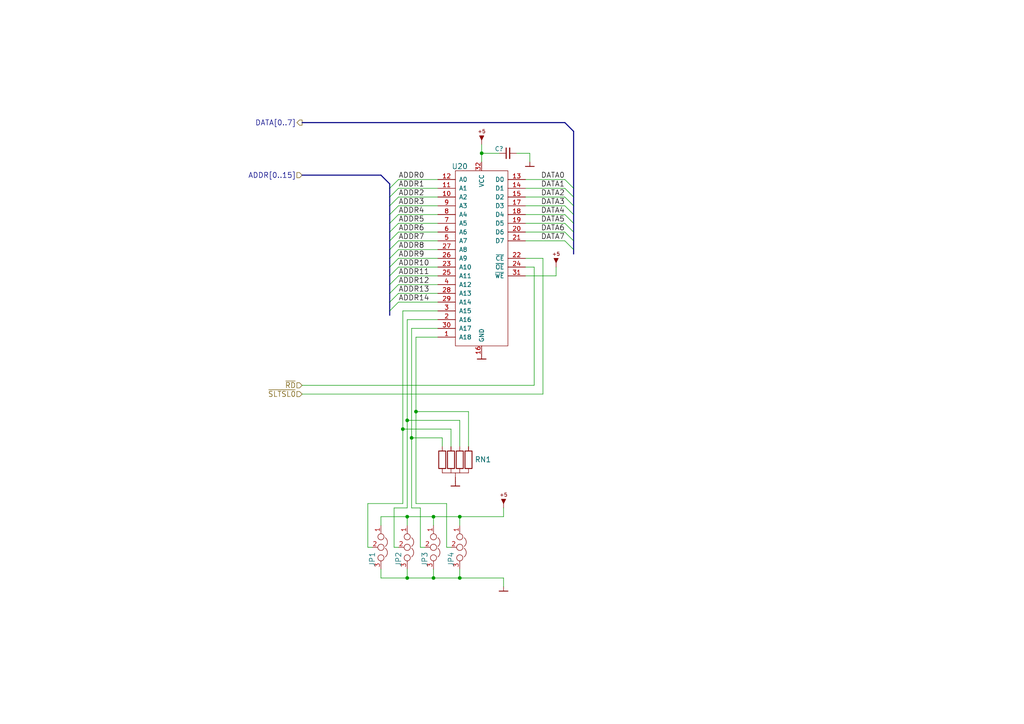
<source format=kicad_sch>
(kicad_sch (version 20211123) (generator eeschema)

  (uuid e16a8ef9-72be-44ea-a34c-71d53d6ff2bf)

  (paper "A4")

  (lib_symbols
    (symbol "artemisa:Cap" (pin_numbers hide) (pin_names (offset 0.254) hide) (in_bom yes) (on_board yes)
      (property "Reference" "C" (id 0) (at 0.254 1.778 0)
        (effects (font (size 1.27 1.27)) (justify left))
      )
      (property "Value" "Cap" (id 1) (at 0.254 -2.032 0)
        (effects (font (size 1.27 1.27)) (justify left))
      )
      (property "Footprint" "" (id 2) (at 0 0 0)
        (effects (font (size 1.27 1.27)) hide)
      )
      (property "Datasheet" "" (id 3) (at 0 0 0)
        (effects (font (size 1.27 1.27)) hide)
      )
      (property "ki_fp_filters" "C_*" (id 4) (at 0 0 0)
        (effects (font (size 1.27 1.27)) hide)
      )
      (symbol "Cap_0_1"
        (polyline
          (pts
            (xy -1.524 -0.508)
            (xy 1.524 -0.508)
          )
          (stroke (width 0.3302) (type default) (color 0 0 0 0))
          (fill (type none))
        )
        (polyline
          (pts
            (xy -1.524 0.508)
            (xy 1.524 0.508)
          )
          (stroke (width 0.3048) (type default) (color 0 0 0 0))
          (fill (type none))
        )
      )
      (symbol "Cap_1_1"
        (pin passive line (at 0 2.54 270) (length 2.032)
          (name "~" (effects (font (size 1.27 1.27))))
          (number "1" (effects (font (size 1.27 1.27))))
        )
        (pin passive line (at 0 -2.54 90) (length 2.032)
          (name "~" (effects (font (size 1.27 1.27))))
          (number "2" (effects (font (size 1.27 1.27))))
        )
      )
    )
    (symbol "artemisa:GND" (power) (pin_numbers hide) (pin_names (offset 0) hide) (in_bom yes) (on_board yes)
      (property "Reference" "#PWR" (id 0) (at 0 -2.54 0)
        (effects (font (size 1.524 1.524)) hide)
      )
      (property "Value" "GND" (id 1) (at 0 2.54 0)
        (effects (font (size 1.524 1.524)) hide)
      )
      (property "Footprint" "" (id 2) (at 0 0 0)
        (effects (font (size 1.524 1.524)) hide)
      )
      (property "Datasheet" "" (id 3) (at 0 0 0)
        (effects (font (size 1.524 1.524)) hide)
      )
      (symbol "GND_0_1"
        (polyline
          (pts
            (xy -1.27 -1.27)
            (xy 1.27 -1.27)
          )
          (stroke (width 0.254) (type default) (color 0 0 0 0))
          (fill (type none))
        )
      )
      (symbol "GND_1_1"
        (pin power_in line (at 0 0 270) (length 1.27)
          (name "GND" (effects (font (size 1.27 1.27))))
          (number "~" (effects (font (size 1.27 1.27))))
        )
      )
    )
    (symbol "artemisa:Jumper" (pin_names (offset 1.016) hide) (in_bom yes) (on_board yes)
      (property "Reference" "JP" (id 0) (at 2.54 -2.54 0)
        (effects (font (size 1.524 1.524)))
      )
      (property "Value" "Jumper" (id 1) (at 0 3.81 0)
        (effects (font (size 1.524 1.524)))
      )
      (property "Footprint" "" (id 2) (at 0 0 0)
        (effects (font (size 1.524 1.524)) hide)
      )
      (property "Datasheet" "" (id 3) (at 0 0 0)
        (effects (font (size 1.524 1.524)) hide)
      )
      (symbol "Jumper_1_1"
        (circle (center -3.048 0) (radius 0.889)
          (stroke (width 0) (type default) (color 0 0 0 0))
          (fill (type none))
        )
        (arc (start -0.254 1.27) (mid -1.524 1.8804) (end -2.794 1.27)
          (stroke (width 0) (type default) (color 0 0 0 0))
          (fill (type none))
        )
        (circle (center 0 0) (radius 0.9144)
          (stroke (width 0) (type default) (color 0 0 0 0))
          (fill (type none))
        )
        (arc (start 2.794 1.27) (mid 1.524 1.8804) (end 0.254 1.27)
          (stroke (width 0) (type default) (color 0 0 0 0))
          (fill (type none))
        )
        (circle (center 3.048 0) (radius 0.889)
          (stroke (width 0) (type default) (color 0 0 0 0))
          (fill (type none))
        )
        (pin passive line (at -6.35 0 0) (length 2.413)
          (name "1" (effects (font (size 1.27 1.27))))
          (number "1" (effects (font (size 1.27 1.27))))
        )
        (pin passive line (at 0 -2.54 90) (length 1.524)
          (name "2" (effects (font (size 1.27 1.27))))
          (number "2" (effects (font (size 1.27 1.27))))
        )
        (pin passive line (at 6.35 0 180) (length 2.413)
          (name "3" (effects (font (size 1.27 1.27))))
          (number "3" (effects (font (size 1.27 1.27))))
        )
      )
    )
    (symbol "artemisa:RN4" (pin_numbers hide) (pin_names (offset 1.016) hide) (in_bom yes) (on_board yes)
      (property "Reference" "RN" (id 0) (at 3.81 5.08 0)
        (effects (font (size 1.524 1.524)))
      )
      (property "Value" "RN4" (id 1) (at -5.08 5.08 0)
        (effects (font (size 1.524 1.524)))
      )
      (property "Footprint" "" (id 2) (at 2.54 -1.905 0)
        (effects (font (size 1.524 1.524)) hide)
      )
      (property "Datasheet" "" (id 3) (at 2.54 -1.905 0)
        (effects (font (size 1.524 1.524)) hide)
      )
      (symbol "RN4_0_1"
        (polyline
          (pts
            (xy -3.81 2.54)
            (xy -3.81 3.81)
          )
          (stroke (width 0) (type default) (color 0 0 0 0))
          (fill (type none))
        )
        (polyline
          (pts
            (xy -3.81 3.81)
            (xy 3.81 3.81)
          )
          (stroke (width 0) (type default) (color 0 0 0 0))
          (fill (type none))
        )
        (polyline
          (pts
            (xy -1.27 2.54)
            (xy -1.27 3.81)
          )
          (stroke (width 0) (type default) (color 0 0 0 0))
          (fill (type none))
        )
        (polyline
          (pts
            (xy 0 5.08)
            (xy 0 3.81)
          )
          (stroke (width 0) (type default) (color 0 0 0 0))
          (fill (type none))
        )
        (polyline
          (pts
            (xy 1.27 2.54)
            (xy 1.27 3.81)
          )
          (stroke (width 0) (type default) (color 0 0 0 0))
          (fill (type none))
        )
        (polyline
          (pts
            (xy 3.81 2.54)
            (xy 3.81 3.81)
          )
          (stroke (width 0) (type default) (color 0 0 0 0))
          (fill (type none))
        )
      )
      (symbol "RN4_0_2"
        (polyline
          (pts
            (xy -3.81 3.81)
            (xy 3.81 3.81)
          )
          (stroke (width 0) (type default) (color 0 0 0 0))
          (fill (type none))
        )
        (polyline
          (pts
            (xy -3.81 3.81)
            (xy -6.35 3.81)
            (xy -6.35 -2.54)
          )
          (stroke (width 0) (type default) (color 0 0 0 0))
          (fill (type none))
        )
      )
      (symbol "RN4_1_1"
        (rectangle (start -4.826 -2.54) (end -2.794 2.54)
          (stroke (width 0.254) (type default) (color 0 0 0 0))
          (fill (type none))
        )
        (rectangle (start -2.286 -2.54) (end -0.254 2.54)
          (stroke (width 0.254) (type default) (color 0 0 0 0))
          (fill (type none))
        )
        (rectangle (start 0.254 -2.54) (end 2.286 2.54)
          (stroke (width 0.254) (type default) (color 0 0 0 0))
          (fill (type none))
        )
        (rectangle (start 2.794 -2.54) (end 4.826 2.54)
          (stroke (width 0.254) (type default) (color 0 0 0 0))
          (fill (type none))
        )
        (pin passive line (at 0 6.35 270) (length 1.27)
          (name "~" (effects (font (size 1.27 1.27))))
          (number "1" (effects (font (size 1.27 1.27))))
        )
        (pin passive line (at -3.81 -3.81 90) (length 1.27)
          (name "~" (effects (font (size 1.27 1.27))))
          (number "2" (effects (font (size 1.27 1.27))))
        )
        (pin passive line (at -1.27 -3.81 90) (length 1.27)
          (name "~" (effects (font (size 1.27 1.27))))
          (number "3" (effects (font (size 1.27 1.27))))
        )
        (pin passive line (at 1.27 -3.81 90) (length 1.27)
          (name "~" (effects (font (size 1.27 1.27))))
          (number "4" (effects (font (size 1.27 1.27))))
        )
        (pin passive line (at 3.81 -3.81 90) (length 1.27)
          (name "~" (effects (font (size 1.27 1.27))))
          (number "5" (effects (font (size 1.27 1.27))))
        )
      )
      (symbol "RN4_1_2"
        (rectangle (start -4.826 -2.54) (end -2.794 2.54)
          (stroke (width 0.254) (type default) (color 0 0 0 0))
          (fill (type none))
        )
        (rectangle (start -2.286 -2.54) (end -0.254 2.54)
          (stroke (width 0.254) (type default) (color 0 0 0 0))
          (fill (type none))
        )
        (polyline
          (pts
            (xy -3.81 2.54)
            (xy -3.81 3.81)
          )
          (stroke (width 0) (type default) (color 0 0 0 0))
          (fill (type none))
        )
        (polyline
          (pts
            (xy -1.27 2.54)
            (xy -1.27 3.81)
          )
          (stroke (width 0) (type default) (color 0 0 0 0))
          (fill (type none))
        )
        (polyline
          (pts
            (xy 1.27 2.54)
            (xy 1.27 3.81)
          )
          (stroke (width 0) (type default) (color 0 0 0 0))
          (fill (type none))
        )
        (polyline
          (pts
            (xy 3.81 2.54)
            (xy 3.81 3.81)
          )
          (stroke (width 0) (type default) (color 0 0 0 0))
          (fill (type none))
        )
        (rectangle (start 0.254 -2.54) (end 2.286 2.54)
          (stroke (width 0.254) (type default) (color 0 0 0 0))
          (fill (type none))
        )
        (rectangle (start 2.794 -2.54) (end 4.826 2.54)
          (stroke (width 0.254) (type default) (color 0 0 0 0))
          (fill (type none))
        )
        (pin passive line (at -6.35 -3.81 90) (length 1.27)
          (name "~" (effects (font (size 1.27 1.27))))
          (number "1" (effects (font (size 1.27 1.27))))
        )
        (pin passive line (at -3.81 -3.81 90) (length 1.27)
          (name "~" (effects (font (size 1.27 1.27))))
          (number "2" (effects (font (size 1.27 1.27))))
        )
        (pin passive line (at -1.27 -3.81 90) (length 1.27)
          (name "~" (effects (font (size 1.27 1.27))))
          (number "3" (effects (font (size 1.27 1.27))))
        )
        (pin passive line (at 1.27 -3.81 90) (length 1.27)
          (name "~" (effects (font (size 1.27 1.27))))
          (number "4" (effects (font (size 1.27 1.27))))
        )
        (pin passive line (at 3.81 -3.81 90) (length 1.27)
          (name "~" (effects (font (size 1.27 1.27))))
          (number "5" (effects (font (size 1.27 1.27))))
        )
      )
    )
    (symbol "artemisa:SST39SF0" (pin_names (offset 1.016)) (in_bom yes) (on_board yes)
      (property "Reference" "U" (id 0) (at -7.62 21.59 0)
        (effects (font (size 1.524 1.524)))
      )
      (property "Value" "SST39SF0" (id 1) (at 7.62 -31.75 0)
        (effects (font (size 1.524 1.524)))
      )
      (property "Footprint" "" (id 2) (at 0 0 0)
        (effects (font (size 1.524 1.524)) hide)
      )
      (property "Datasheet" "" (id 3) (at 0 0 0)
        (effects (font (size 1.524 1.524)) hide)
      )
      (symbol "SST39SF0_0_1"
        (rectangle (start -7.62 20.32) (end 7.62 -30.48)
          (stroke (width 0) (type default) (color 0 0 0 0))
          (fill (type none))
        )
      )
      (symbol "SST39SF0_1_1"
        (pin input line (at -12.7 -27.94 0) (length 5.08)
          (name "A18" (effects (font (size 1.27 1.27))))
          (number "1" (effects (font (size 1.27 1.27))))
        )
        (pin input line (at -12.7 12.7 0) (length 5.08)
          (name "A2" (effects (font (size 1.27 1.27))))
          (number "10" (effects (font (size 1.27 1.27))))
        )
        (pin input line (at -12.7 15.24 0) (length 5.08)
          (name "A1" (effects (font (size 1.27 1.27))))
          (number "11" (effects (font (size 1.27 1.27))))
        )
        (pin input line (at -12.7 17.78 0) (length 5.08)
          (name "A0" (effects (font (size 1.27 1.27))))
          (number "12" (effects (font (size 1.27 1.27))))
        )
        (pin output line (at 12.7 17.78 180) (length 5.08)
          (name "D0" (effects (font (size 1.27 1.27))))
          (number "13" (effects (font (size 1.27 1.27))))
        )
        (pin output line (at 12.7 15.24 180) (length 5.08)
          (name "D1" (effects (font (size 1.27 1.27))))
          (number "14" (effects (font (size 1.27 1.27))))
        )
        (pin output line (at 12.7 12.7 180) (length 5.08)
          (name "D2" (effects (font (size 1.27 1.27))))
          (number "15" (effects (font (size 1.27 1.27))))
        )
        (pin power_in line (at 0 -33.02 90) (length 2.54)
          (name "GND" (effects (font (size 1.27 1.27))))
          (number "16" (effects (font (size 1.27 1.27))))
        )
        (pin output line (at 12.7 10.16 180) (length 5.08)
          (name "D3" (effects (font (size 1.27 1.27))))
          (number "17" (effects (font (size 1.27 1.27))))
        )
        (pin output line (at 12.7 7.62 180) (length 5.08)
          (name "D4" (effects (font (size 1.27 1.27))))
          (number "18" (effects (font (size 1.27 1.27))))
        )
        (pin output line (at 12.7 5.08 180) (length 5.08)
          (name "D5" (effects (font (size 1.27 1.27))))
          (number "19" (effects (font (size 1.27 1.27))))
        )
        (pin input line (at -12.7 -22.86 0) (length 5.08)
          (name "A16" (effects (font (size 1.27 1.27))))
          (number "2" (effects (font (size 1.27 1.27))))
        )
        (pin output line (at 12.7 2.54 180) (length 5.08)
          (name "D6" (effects (font (size 1.27 1.27))))
          (number "20" (effects (font (size 1.27 1.27))))
        )
        (pin output line (at 12.7 0 180) (length 5.08)
          (name "D7" (effects (font (size 1.27 1.27))))
          (number "21" (effects (font (size 1.27 1.27))))
        )
        (pin input line (at 12.7 -5.08 180) (length 5.08)
          (name "~{CE}" (effects (font (size 1.27 1.27))))
          (number "22" (effects (font (size 1.27 1.27))))
        )
        (pin input line (at -12.7 -7.62 0) (length 5.08)
          (name "A10" (effects (font (size 1.27 1.27))))
          (number "23" (effects (font (size 1.27 1.27))))
        )
        (pin input line (at 12.7 -7.62 180) (length 5.08)
          (name "~{OE}" (effects (font (size 1.27 1.27))))
          (number "24" (effects (font (size 1.27 1.27))))
        )
        (pin input line (at -12.7 -10.16 0) (length 5.08)
          (name "A11" (effects (font (size 1.27 1.27))))
          (number "25" (effects (font (size 1.27 1.27))))
        )
        (pin input line (at -12.7 -5.08 0) (length 5.08)
          (name "A9" (effects (font (size 1.27 1.27))))
          (number "26" (effects (font (size 1.27 1.27))))
        )
        (pin input line (at -12.7 -2.54 0) (length 5.08)
          (name "A8" (effects (font (size 1.27 1.27))))
          (number "27" (effects (font (size 1.27 1.27))))
        )
        (pin input line (at -12.7 -15.24 0) (length 5.08)
          (name "A13" (effects (font (size 1.27 1.27))))
          (number "28" (effects (font (size 1.27 1.27))))
        )
        (pin input line (at -12.7 -17.78 0) (length 5.08)
          (name "A14" (effects (font (size 1.27 1.27))))
          (number "29" (effects (font (size 1.27 1.27))))
        )
        (pin input line (at -12.7 -20.32 0) (length 5.08)
          (name "A15" (effects (font (size 1.27 1.27))))
          (number "3" (effects (font (size 1.27 1.27))))
        )
        (pin input line (at -12.7 -25.4 0) (length 5.08)
          (name "A17" (effects (font (size 1.27 1.27))))
          (number "30" (effects (font (size 1.27 1.27))))
        )
        (pin input line (at 12.7 -10.16 180) (length 5.08)
          (name "~{WE}" (effects (font (size 1.27 1.27))))
          (number "31" (effects (font (size 1.27 1.27))))
        )
        (pin power_in line (at 0 22.86 270) (length 2.54)
          (name "VCC" (effects (font (size 1.27 1.27))))
          (number "32" (effects (font (size 1.27 1.27))))
        )
        (pin input line (at -12.7 -12.7 0) (length 5.08)
          (name "A12" (effects (font (size 1.27 1.27))))
          (number "4" (effects (font (size 1.27 1.27))))
        )
        (pin input line (at -12.7 0 0) (length 5.08)
          (name "A7" (effects (font (size 1.27 1.27))))
          (number "5" (effects (font (size 1.27 1.27))))
        )
        (pin input line (at -12.7 2.54 0) (length 5.08)
          (name "A6" (effects (font (size 1.27 1.27))))
          (number "6" (effects (font (size 1.27 1.27))))
        )
        (pin input line (at -12.7 5.08 0) (length 5.08)
          (name "A5" (effects (font (size 1.27 1.27))))
          (number "7" (effects (font (size 1.27 1.27))))
        )
        (pin input line (at -12.7 7.62 0) (length 5.08)
          (name "A4" (effects (font (size 1.27 1.27))))
          (number "8" (effects (font (size 1.27 1.27))))
        )
        (pin input line (at -12.7 10.16 0) (length 5.08)
          (name "A3" (effects (font (size 1.27 1.27))))
          (number "9" (effects (font (size 1.27 1.27))))
        )
      )
    )
    (symbol "artemisa:VCC" (power) (pin_numbers hide) (pin_names (offset 0) hide) (in_bom yes) (on_board yes)
      (property "Reference" "#PWR" (id 0) (at 0 -1.27 0)
        (effects (font (size 1.524 1.524)) hide)
      )
      (property "Value" "VCC" (id 1) (at 0 6.35 0)
        (effects (font (size 1.524 1.524)) hide)
      )
      (property "Footprint" "" (id 2) (at 0 0 0)
        (effects (font (size 1.524 1.524)) hide)
      )
      (property "Datasheet" "" (id 3) (at 0 0 0)
        (effects (font (size 1.524 1.524)) hide)
      )
      (symbol "VCC_0_0"
        (text "+5" (at 0 3.81 0)
          (effects (font (size 1.016 1.016)))
        )
      )
      (symbol "VCC_0_1"
        (polyline
          (pts
            (xy 0 1.27)
            (xy 0.635 2.54)
            (xy -0.635 2.54)
            (xy 0 1.27)
          )
          (stroke (width 0) (type default) (color 0 0 0 0))
          (fill (type outline))
        )
      )
      (symbol "VCC_1_1"
        (pin power_in line (at 0 0 90) (length 1.27)
          (name "~" (effects (font (size 1.27 1.27))))
          (number "~" (effects (font (size 1.27 1.27))))
        )
      )
    )
  )

  (junction (at 118.11 149.86) (diameter 0) (color 0 0 0 0)
    (uuid 30d4a5b8-34e9-412f-9d1a-e616a8a28215)
  )
  (junction (at 133.35 167.64) (diameter 0) (color 0 0 0 0)
    (uuid 415d6a7d-98b2-4d17-b46f-6f38749a3ba2)
  )
  (junction (at 125.73 167.64) (diameter 0) (color 0 0 0 0)
    (uuid 5bf032d7-1ed3-461e-8d9e-98362eeab2a2)
  )
  (junction (at 139.7 44.45) (diameter 0) (color 0 0 0 0)
    (uuid 6a3aff19-5e5c-466c-80b5-82ab994aaee1)
  )
  (junction (at 118.11 167.64) (diameter 0) (color 0 0 0 0)
    (uuid 80f56a42-ff05-4345-8ffd-85584fdb3701)
  )
  (junction (at 133.35 149.86) (diameter 0) (color 0 0 0 0)
    (uuid 88b7d164-35a2-420d-9da6-a56db04f962b)
  )
  (junction (at 119.38 127) (diameter 0) (color 0 0 0 0)
    (uuid 89d9af53-e698-40c4-8ab2-a44fdf0a4c6c)
  )
  (junction (at 116.84 124.46) (diameter 0) (color 0 0 0 0)
    (uuid b0b40da2-8918-4f0b-b11b-1408b929feb5)
  )
  (junction (at 120.65 119.38) (diameter 0) (color 0 0 0 0)
    (uuid c4e3a83a-2945-4c21-9d1d-f3f3be86b7bd)
  )
  (junction (at 125.73 149.86) (diameter 0) (color 0 0 0 0)
    (uuid dd07efd4-24c4-483d-a118-ed58a9223c8c)
  )
  (junction (at 118.11 121.92) (diameter 0) (color 0 0 0 0)
    (uuid e188f4e0-97d6-45d5-9852-98640c6abc42)
  )

  (bus_entry (at 113.03 69.85) (size 2.54 -2.54)
    (stroke (width 0) (type default) (color 0 0 0 0))
    (uuid 06fb8a5e-69f3-44ca-bc88-4da9a1408625)
  )
  (bus_entry (at 113.03 87.63) (size 2.54 -2.54)
    (stroke (width 0) (type default) (color 0 0 0 0))
    (uuid 10a7d7ef-d6be-484c-be36-2908e6c77393)
  )
  (bus_entry (at 113.03 67.31) (size 2.54 -2.54)
    (stroke (width 0) (type default) (color 0 0 0 0))
    (uuid 1416f46f-efcf-4c99-81af-d39cf81f2652)
  )
  (bus_entry (at 113.03 64.77) (size 2.54 -2.54)
    (stroke (width 0) (type default) (color 0 0 0 0))
    (uuid 2952439a-4d93-45a3-a998-2b2fce2c5fe9)
  )
  (bus_entry (at 113.03 57.15) (size 2.54 -2.54)
    (stroke (width 0) (type default) (color 0 0 0 0))
    (uuid 2c3d5c2f-c119-4276-9b7e-33808f1d9396)
  )
  (bus_entry (at 166.37 62.23) (size -2.54 -2.54)
    (stroke (width 0) (type default) (color 0 0 0 0))
    (uuid 33ef82c8-b659-42b6-9429-5436a00e7b54)
  )
  (bus_entry (at 166.37 64.77) (size -2.54 -2.54)
    (stroke (width 0) (type default) (color 0 0 0 0))
    (uuid 469553b1-52fa-4564-9359-73b74ba8f58f)
  )
  (bus_entry (at 113.03 82.55) (size 2.54 -2.54)
    (stroke (width 0) (type default) (color 0 0 0 0))
    (uuid 532cb9ef-7fac-483b-aaf5-b83d764d0176)
  )
  (bus_entry (at 113.03 74.93) (size 2.54 -2.54)
    (stroke (width 0) (type default) (color 0 0 0 0))
    (uuid 5da519c8-016f-4f2c-843d-d8fc54aa43f1)
  )
  (bus_entry (at 113.03 54.61) (size 2.54 -2.54)
    (stroke (width 0) (type default) (color 0 0 0 0))
    (uuid 5fe5bd8d-5a86-4565-bd10-e08c6de9aa03)
  )
  (bus_entry (at 166.37 69.85) (size -2.54 -2.54)
    (stroke (width 0) (type default) (color 0 0 0 0))
    (uuid 73fd78b9-9aa5-40d0-adab-1e5886c90dd7)
  )
  (bus_entry (at 113.03 62.23) (size 2.54 -2.54)
    (stroke (width 0) (type default) (color 0 0 0 0))
    (uuid 7a25e2e8-d883-44ae-8207-1f946e50b1fa)
  )
  (bus_entry (at 166.37 54.61) (size -2.54 -2.54)
    (stroke (width 0) (type default) (color 0 0 0 0))
    (uuid 86c73e16-9c05-4385-b59b-206056f7ac90)
  )
  (bus_entry (at 113.03 85.09) (size 2.54 -2.54)
    (stroke (width 0) (type default) (color 0 0 0 0))
    (uuid 8a1a639a-559c-483d-9c99-1b2fafbdacf1)
  )
  (bus_entry (at 166.37 67.31) (size -2.54 -2.54)
    (stroke (width 0) (type default) (color 0 0 0 0))
    (uuid 90f1070b-d0d3-4d94-9527-f4c1c7006642)
  )
  (bus_entry (at 113.03 59.69) (size 2.54 -2.54)
    (stroke (width 0) (type default) (color 0 0 0 0))
    (uuid 9cd1ba63-2087-4000-a5a9-797dad78d993)
  )
  (bus_entry (at 166.37 57.15) (size -2.54 -2.54)
    (stroke (width 0) (type default) (color 0 0 0 0))
    (uuid a0affae9-b1e8-4941-9e7e-2ad29ff3f86b)
  )
  (bus_entry (at 113.03 80.01) (size 2.54 -2.54)
    (stroke (width 0) (type default) (color 0 0 0 0))
    (uuid b09870ad-8985-4a1c-a7b1-3acb9a1b9282)
  )
  (bus_entry (at 113.03 77.47) (size 2.54 -2.54)
    (stroke (width 0) (type default) (color 0 0 0 0))
    (uuid bc007755-47dc-4b01-a9a3-8f34e8741895)
  )
  (bus_entry (at 166.37 72.39) (size -2.54 -2.54)
    (stroke (width 0) (type default) (color 0 0 0 0))
    (uuid bf8bfbb4-4b7a-430e-865f-8acab9f8c04d)
  )
  (bus_entry (at 113.03 72.39) (size 2.54 -2.54)
    (stroke (width 0) (type default) (color 0 0 0 0))
    (uuid ea7f95ca-1368-4ccc-b3c5-17a85c05a2dd)
  )
  (bus_entry (at 113.03 90.17) (size 2.54 -2.54)
    (stroke (width 0) (type default) (color 0 0 0 0))
    (uuid fb7b20d7-70ea-48e6-baf1-01a0d3c92377)
  )
  (bus_entry (at 166.37 59.69) (size -2.54 -2.54)
    (stroke (width 0) (type default) (color 0 0 0 0))
    (uuid ffe6d5f3-f9a5-48a9-88db-d2d7822b944f)
  )

  (wire (pts (xy 115.57 87.63) (xy 127 87.63))
    (stroke (width 0) (type default) (color 0 0 0 0))
    (uuid 00185541-0a55-4e62-91d8-99e7a7720d36)
  )
  (bus (pts (xy 166.37 69.85) (xy 166.37 72.39))
    (stroke (width 0) (type default) (color 0 0 0 0))
    (uuid 025b67ec-fe6a-4ee1-9f43-89b9b5fad3d7)
  )

  (wire (pts (xy 133.35 121.92) (xy 118.11 121.92))
    (stroke (width 0) (type default) (color 0 0 0 0))
    (uuid 03a79994-33b9-4df6-bdb0-d3807834d731)
  )
  (wire (pts (xy 128.27 129.54) (xy 128.27 127))
    (stroke (width 0) (type default) (color 0 0 0 0))
    (uuid 08601885-ffd0-426c-9b07-2dc479593fb1)
  )
  (wire (pts (xy 157.48 114.3) (xy 87.63 114.3))
    (stroke (width 0) (type default) (color 0 0 0 0))
    (uuid 09433d97-62ec-42de-89f2-7d0b68dc1b9d)
  )
  (wire (pts (xy 133.35 149.86) (xy 146.05 149.86))
    (stroke (width 0) (type default) (color 0 0 0 0))
    (uuid 09684b6c-5d15-4020-b96b-0b388e8ee3ea)
  )
  (wire (pts (xy 118.11 147.32) (xy 114.3 147.32))
    (stroke (width 0) (type default) (color 0 0 0 0))
    (uuid 0f99d31f-3e61-45ba-a78c-4a282f861613)
  )
  (bus (pts (xy 166.37 38.1) (xy 166.37 54.61))
    (stroke (width 0) (type default) (color 0 0 0 0))
    (uuid 1002411f-a485-468c-981b-cec2ce41d8bd)
  )
  (bus (pts (xy 110.49 50.8) (xy 87.63 50.8))
    (stroke (width 0) (type default) (color 0 0 0 0))
    (uuid 128a7556-cb3d-406d-b84d-6d9efc7f9ed8)
  )

  (wire (pts (xy 163.83 64.77) (xy 152.4 64.77))
    (stroke (width 0) (type default) (color 0 0 0 0))
    (uuid 18a9dea8-caa6-40a3-962a-7699d9146e17)
  )
  (bus (pts (xy 113.03 53.34) (xy 113.03 54.61))
    (stroke (width 0) (type default) (color 0 0 0 0))
    (uuid 1a0c5194-0d7e-4fcc-a11d-049fac80c4dc)
  )

  (wire (pts (xy 115.57 82.55) (xy 127 82.55))
    (stroke (width 0) (type default) (color 0 0 0 0))
    (uuid 1db46316-f403-492b-8814-154fc43d62a8)
  )
  (wire (pts (xy 154.94 111.76) (xy 154.94 77.47))
    (stroke (width 0) (type default) (color 0 0 0 0))
    (uuid 1ebce183-d3ad-4022-b82e-9e0d8cd628db)
  )
  (wire (pts (xy 129.54 146.05) (xy 129.54 158.75))
    (stroke (width 0) (type default) (color 0 0 0 0))
    (uuid 201a8082-80bc-49cb-a857-a9c917ee8418)
  )
  (wire (pts (xy 144.78 44.45) (xy 139.7 44.45))
    (stroke (width 0) (type default) (color 0 0 0 0))
    (uuid 22591446-6d82-47ac-b525-9e9deb496c8c)
  )
  (wire (pts (xy 106.68 146.05) (xy 106.68 158.75))
    (stroke (width 0) (type default) (color 0 0 0 0))
    (uuid 233d14ec-e17f-4b70-ace9-a65479e58a33)
  )
  (wire (pts (xy 120.65 119.38) (xy 120.65 146.05))
    (stroke (width 0) (type default) (color 0 0 0 0))
    (uuid 29e27db0-3c69-4f62-9b26-37b540cf4f34)
  )
  (bus (pts (xy 166.37 72.39) (xy 166.37 73.66))
    (stroke (width 0) (type default) (color 0 0 0 0))
    (uuid 3081c45f-0a62-4dc8-a706-c2b3c5e194d8)
  )

  (wire (pts (xy 118.11 167.64) (xy 125.73 167.64))
    (stroke (width 0) (type default) (color 0 0 0 0))
    (uuid 310e28e7-f7b1-4197-b25d-4003c7dcabae)
  )
  (wire (pts (xy 154.94 77.47) (xy 152.4 77.47))
    (stroke (width 0) (type default) (color 0 0 0 0))
    (uuid 3b9ce6b0-047c-4e71-81a7-b0a5c13aa4d2)
  )
  (wire (pts (xy 130.81 124.46) (xy 116.84 124.46))
    (stroke (width 0) (type default) (color 0 0 0 0))
    (uuid 3bdc61da-fd87-4d91-ae6a-f160ef1e6b25)
  )
  (wire (pts (xy 118.11 92.71) (xy 118.11 121.92))
    (stroke (width 0) (type default) (color 0 0 0 0))
    (uuid 3be2f64a-643b-4527-aaf5-307341a81097)
  )
  (wire (pts (xy 121.92 158.75) (xy 123.19 158.75))
    (stroke (width 0) (type default) (color 0 0 0 0))
    (uuid 3d6472eb-4872-48d0-9b65-1b39f6d4a46a)
  )
  (wire (pts (xy 115.57 62.23) (xy 127 62.23))
    (stroke (width 0) (type default) (color 0 0 0 0))
    (uuid 3eff8f32-349a-4846-b484-abdc036c7174)
  )
  (wire (pts (xy 106.68 146.05) (xy 116.84 146.05))
    (stroke (width 0) (type default) (color 0 0 0 0))
    (uuid 422a6702-d1c1-4e76-898e-ec20aaee30c2)
  )
  (wire (pts (xy 115.57 54.61) (xy 127 54.61))
    (stroke (width 0) (type default) (color 0 0 0 0))
    (uuid 46255620-16a2-4e81-9e4a-58dddcf89388)
  )
  (wire (pts (xy 115.57 74.93) (xy 127 74.93))
    (stroke (width 0) (type default) (color 0 0 0 0))
    (uuid 462f8e7e-09c6-4676-ba4f-fd07b2868aa8)
  )
  (bus (pts (xy 113.03 77.47) (xy 113.03 80.01))
    (stroke (width 0) (type default) (color 0 0 0 0))
    (uuid 473b087a-2cc3-4010-941a-e9503cdfb920)
  )

  (wire (pts (xy 87.63 111.76) (xy 154.94 111.76))
    (stroke (width 0) (type default) (color 0 0 0 0))
    (uuid 4c77837f-2440-4b7b-8e7e-430f981c7c04)
  )
  (wire (pts (xy 133.35 167.64) (xy 146.05 167.64))
    (stroke (width 0) (type default) (color 0 0 0 0))
    (uuid 4dfbe524-132d-43d4-8ae0-9aa2f72df70b)
  )
  (wire (pts (xy 118.11 121.92) (xy 118.11 147.32))
    (stroke (width 0) (type default) (color 0 0 0 0))
    (uuid 505c1d3e-8ca5-438e-9eae-18483f12882c)
  )
  (wire (pts (xy 115.57 59.69) (xy 127 59.69))
    (stroke (width 0) (type default) (color 0 0 0 0))
    (uuid 52da99c6-c348-4007-8828-51a963a2879f)
  )
  (bus (pts (xy 113.03 57.15) (xy 113.03 59.69))
    (stroke (width 0) (type default) (color 0 0 0 0))
    (uuid 553e83e2-46ab-4c23-99b1-63f20f063cd2)
  )

  (wire (pts (xy 119.38 147.32) (xy 121.92 147.32))
    (stroke (width 0) (type default) (color 0 0 0 0))
    (uuid 555e8fc3-19b4-40e8-abc6-87d7c193534e)
  )
  (wire (pts (xy 119.38 95.25) (xy 119.38 127))
    (stroke (width 0) (type default) (color 0 0 0 0))
    (uuid 59550421-1010-45d2-ae78-ff36e5bca6b7)
  )
  (bus (pts (xy 113.03 90.17) (xy 113.03 91.44))
    (stroke (width 0) (type default) (color 0 0 0 0))
    (uuid 59e90f16-96b8-49bc-86de-566bbe3dd75d)
  )
  (bus (pts (xy 163.83 35.56) (xy 166.37 38.1))
    (stroke (width 0) (type default) (color 0 0 0 0))
    (uuid 5b6af5a7-591e-4959-8c60-02f298d40677)
  )

  (wire (pts (xy 115.57 72.39) (xy 127 72.39))
    (stroke (width 0) (type default) (color 0 0 0 0))
    (uuid 5d00cbc9-46cb-472e-b705-59da8e971192)
  )
  (bus (pts (xy 113.03 87.63) (xy 113.03 90.17))
    (stroke (width 0) (type default) (color 0 0 0 0))
    (uuid 5d56d28a-c4af-4430-8964-9b60bd37a4ca)
  )

  (wire (pts (xy 125.73 149.86) (xy 133.35 149.86))
    (stroke (width 0) (type default) (color 0 0 0 0))
    (uuid 5ecea6c7-cbcd-4340-9db8-55b54a886e1e)
  )
  (bus (pts (xy 113.03 62.23) (xy 113.03 64.77))
    (stroke (width 0) (type default) (color 0 0 0 0))
    (uuid 607bd1dc-3a6b-4b00-8871-0e4f8cbd31b4)
  )
  (bus (pts (xy 113.03 85.09) (xy 113.03 87.63))
    (stroke (width 0) (type default) (color 0 0 0 0))
    (uuid 62ff3f34-d3e2-41a5-ae11-1b931533f98a)
  )

  (wire (pts (xy 146.05 149.86) (xy 146.05 147.32))
    (stroke (width 0) (type default) (color 0 0 0 0))
    (uuid 64bbd1a8-b20b-4d12-891d-7b53b4a0334a)
  )
  (bus (pts (xy 166.37 59.69) (xy 166.37 62.23))
    (stroke (width 0) (type default) (color 0 0 0 0))
    (uuid 6915e2da-1017-43ad-9e3e-de99af10b4da)
  )
  (bus (pts (xy 113.03 72.39) (xy 113.03 74.93))
    (stroke (width 0) (type default) (color 0 0 0 0))
    (uuid 77882400-606a-4159-9b6d-7be7ce590e63)
  )

  (wire (pts (xy 163.83 57.15) (xy 152.4 57.15))
    (stroke (width 0) (type default) (color 0 0 0 0))
    (uuid 77f65cef-2bce-414e-8b99-31f9cd0b59b0)
  )
  (wire (pts (xy 116.84 124.46) (xy 116.84 146.05))
    (stroke (width 0) (type default) (color 0 0 0 0))
    (uuid 785187eb-3061-4043-a954-4178556793a1)
  )
  (bus (pts (xy 113.03 59.69) (xy 113.03 62.23))
    (stroke (width 0) (type default) (color 0 0 0 0))
    (uuid 7a0dea2f-98b5-4afe-8d5d-f39ea5db6892)
  )

  (wire (pts (xy 110.49 165.1) (xy 110.49 167.64))
    (stroke (width 0) (type default) (color 0 0 0 0))
    (uuid 7b2f6028-5234-4df8-8d41-bf003f728f58)
  )
  (wire (pts (xy 114.3 158.75) (xy 115.57 158.75))
    (stroke (width 0) (type default) (color 0 0 0 0))
    (uuid 7b485fa8-406a-42d5-9a01-13ae76ec07b5)
  )
  (wire (pts (xy 120.65 97.79) (xy 120.65 119.38))
    (stroke (width 0) (type default) (color 0 0 0 0))
    (uuid 7bc13ee4-2194-461b-9242-0d96ebba241b)
  )
  (wire (pts (xy 128.27 127) (xy 119.38 127))
    (stroke (width 0) (type default) (color 0 0 0 0))
    (uuid 824a1256-25d4-4c20-968f-40a07210c698)
  )
  (wire (pts (xy 115.57 57.15) (xy 127 57.15))
    (stroke (width 0) (type default) (color 0 0 0 0))
    (uuid 83250ce3-cee5-48b2-8a3e-b1e7887d6a15)
  )
  (wire (pts (xy 115.57 67.31) (xy 127 67.31))
    (stroke (width 0) (type default) (color 0 0 0 0))
    (uuid 84e64de5-2809-4251-a45b-2b46d2cc79df)
  )
  (bus (pts (xy 166.37 67.31) (xy 166.37 69.85))
    (stroke (width 0) (type default) (color 0 0 0 0))
    (uuid 85705930-0850-44b9-bc2d-76e756994d34)
  )

  (wire (pts (xy 125.73 167.64) (xy 133.35 167.64))
    (stroke (width 0) (type default) (color 0 0 0 0))
    (uuid 86856bef-d161-4600-b8d6-44f81ad42b7c)
  )
  (wire (pts (xy 115.57 52.07) (xy 127 52.07))
    (stroke (width 0) (type default) (color 0 0 0 0))
    (uuid 885a1129-9446-432d-8d93-f91d54873594)
  )
  (wire (pts (xy 118.11 165.1) (xy 118.11 167.64))
    (stroke (width 0) (type default) (color 0 0 0 0))
    (uuid 8c65d639-2c7e-432d-bc2d-cd7263d4f689)
  )
  (wire (pts (xy 120.65 146.05) (xy 129.54 146.05))
    (stroke (width 0) (type default) (color 0 0 0 0))
    (uuid 91a85248-7895-453a-bdbc-36a6edbe91db)
  )
  (wire (pts (xy 133.35 152.4) (xy 133.35 149.86))
    (stroke (width 0) (type default) (color 0 0 0 0))
    (uuid 92ff4797-ba89-46c8-b3a8-8260d960e660)
  )
  (wire (pts (xy 157.48 74.93) (xy 157.48 114.3))
    (stroke (width 0) (type default) (color 0 0 0 0))
    (uuid 937928d4-4dfb-4f2f-91d0-697ec54ac283)
  )
  (wire (pts (xy 118.11 149.86) (xy 125.73 149.86))
    (stroke (width 0) (type default) (color 0 0 0 0))
    (uuid 96bdf5ea-ca81-4096-814f-ff6d6aaf3220)
  )
  (wire (pts (xy 125.73 165.1) (xy 125.73 167.64))
    (stroke (width 0) (type default) (color 0 0 0 0))
    (uuid 975ad921-d330-495d-a812-58638ba9e7c7)
  )
  (bus (pts (xy 113.03 64.77) (xy 113.03 67.31))
    (stroke (width 0) (type default) (color 0 0 0 0))
    (uuid 9934072c-5674-4ed3-9146-61b9347f189d)
  )

  (wire (pts (xy 129.54 158.75) (xy 130.81 158.75))
    (stroke (width 0) (type default) (color 0 0 0 0))
    (uuid 9a68bf85-c16f-48ee-8e66-0d9ea8ea8b23)
  )
  (wire (pts (xy 163.83 69.85) (xy 152.4 69.85))
    (stroke (width 0) (type default) (color 0 0 0 0))
    (uuid 9fb9a654-045f-4c58-ba9d-e6e9d641e3ae)
  )
  (wire (pts (xy 130.81 129.54) (xy 130.81 124.46))
    (stroke (width 0) (type default) (color 0 0 0 0))
    (uuid a0129fe7-e9e9-4c74-af85-e2b335707eb4)
  )
  (wire (pts (xy 127 97.79) (xy 120.65 97.79))
    (stroke (width 0) (type default) (color 0 0 0 0))
    (uuid a0400e61-7ec0-4cc7-a41d-d7c451e758fe)
  )
  (wire (pts (xy 114.3 147.32) (xy 114.3 158.75))
    (stroke (width 0) (type default) (color 0 0 0 0))
    (uuid a1533d6a-9d56-4622-800a-f5af923f4a97)
  )
  (wire (pts (xy 152.4 80.01) (xy 161.29 80.01))
    (stroke (width 0) (type default) (color 0 0 0 0))
    (uuid a3eaa329-1c23-49fc-9fb5-976de81b788e)
  )
  (wire (pts (xy 163.83 67.31) (xy 152.4 67.31))
    (stroke (width 0) (type default) (color 0 0 0 0))
    (uuid a95b6208-cd25-486f-8a35-f7d7b1426174)
  )
  (bus (pts (xy 166.37 64.77) (xy 166.37 67.31))
    (stroke (width 0) (type default) (color 0 0 0 0))
    (uuid aea380b3-0b16-4ad3-8281-37f0d2673e39)
  )

  (wire (pts (xy 163.83 52.07) (xy 152.4 52.07))
    (stroke (width 0) (type default) (color 0 0 0 0))
    (uuid b034f82f-3ce9-4423-89ad-7ecf03d348d0)
  )
  (wire (pts (xy 115.57 80.01) (xy 127 80.01))
    (stroke (width 0) (type default) (color 0 0 0 0))
    (uuid b37c8835-0989-48c9-97ba-c045f0d7107f)
  )
  (wire (pts (xy 115.57 85.09) (xy 127 85.09))
    (stroke (width 0) (type default) (color 0 0 0 0))
    (uuid b540f997-cabb-4061-85a0-370b4e9dd03a)
  )
  (wire (pts (xy 163.83 62.23) (xy 152.4 62.23))
    (stroke (width 0) (type default) (color 0 0 0 0))
    (uuid b64fe3cc-3a1f-41b6-9ac9-fa971c4a06a6)
  )
  (wire (pts (xy 118.11 152.4) (xy 118.11 149.86))
    (stroke (width 0) (type default) (color 0 0 0 0))
    (uuid b6670714-a829-420f-8f82-042c74d803a5)
  )
  (bus (pts (xy 163.83 35.56) (xy 87.63 35.56))
    (stroke (width 0) (type default) (color 0 0 0 0))
    (uuid b6ceb85d-46f8-42e1-9c68-672660fbaf7c)
  )

  (wire (pts (xy 115.57 69.85) (xy 127 69.85))
    (stroke (width 0) (type default) (color 0 0 0 0))
    (uuid b9272e8b-2d00-4d6b-ae8c-fd62ef331586)
  )
  (wire (pts (xy 163.83 59.69) (xy 152.4 59.69))
    (stroke (width 0) (type default) (color 0 0 0 0))
    (uuid bfff8af5-be9c-44df-80bd-23ee2cf9c437)
  )
  (bus (pts (xy 113.03 74.93) (xy 113.03 77.47))
    (stroke (width 0) (type default) (color 0 0 0 0))
    (uuid c02ea828-b111-4d1d-9474-98d811361c61)
  )

  (wire (pts (xy 115.57 77.47) (xy 127 77.47))
    (stroke (width 0) (type default) (color 0 0 0 0))
    (uuid c1518dae-2aaf-4360-9028-98a626546353)
  )
  (wire (pts (xy 139.7 44.45) (xy 139.7 46.99))
    (stroke (width 0) (type default) (color 0 0 0 0))
    (uuid c1fbee58-f474-4414-9110-64abd03ed7c9)
  )
  (bus (pts (xy 110.49 50.8) (xy 113.03 53.34))
    (stroke (width 0) (type default) (color 0 0 0 0))
    (uuid c221eefe-1cf5-48d5-b941-f08de75c2fe3)
  )
  (bus (pts (xy 113.03 80.01) (xy 113.03 82.55))
    (stroke (width 0) (type default) (color 0 0 0 0))
    (uuid c2a16d20-3dbd-442b-870b-24ac58660317)
  )

  (wire (pts (xy 115.57 64.77) (xy 127 64.77))
    (stroke (width 0) (type default) (color 0 0 0 0))
    (uuid c2a5cbbc-a316-4826-81b8-a34d52b5eb58)
  )
  (bus (pts (xy 113.03 54.61) (xy 113.03 57.15))
    (stroke (width 0) (type default) (color 0 0 0 0))
    (uuid c73bfff6-9c34-45cb-853c-863990f11aa7)
  )

  (wire (pts (xy 163.83 54.61) (xy 152.4 54.61))
    (stroke (width 0) (type default) (color 0 0 0 0))
    (uuid c837798c-83c8-4e02-b288-fa03714cab74)
  )
  (wire (pts (xy 133.35 129.54) (xy 133.35 121.92))
    (stroke (width 0) (type default) (color 0 0 0 0))
    (uuid cb082ca8-e559-493c-a769-6ac76ddc831e)
  )
  (wire (pts (xy 153.67 46.99) (xy 153.67 44.45))
    (stroke (width 0) (type default) (color 0 0 0 0))
    (uuid cbb6579a-72cf-4504-9bef-bb32135a4790)
  )
  (wire (pts (xy 119.38 127) (xy 119.38 147.32))
    (stroke (width 0) (type default) (color 0 0 0 0))
    (uuid cf6465a5-cdc8-43ab-af6a-066f3abc4788)
  )
  (wire (pts (xy 139.7 41.91) (xy 139.7 44.45))
    (stroke (width 0) (type default) (color 0 0 0 0))
    (uuid d0292983-0ab9-4b24-b3bd-f154f790c7ec)
  )
  (wire (pts (xy 110.49 167.64) (xy 118.11 167.64))
    (stroke (width 0) (type default) (color 0 0 0 0))
    (uuid d0b8883f-56d3-436a-a178-a658388f963b)
  )
  (wire (pts (xy 110.49 152.4) (xy 110.49 149.86))
    (stroke (width 0) (type default) (color 0 0 0 0))
    (uuid d0c5561a-ecf5-4fb9-9963-743c221a8335)
  )
  (wire (pts (xy 133.35 165.1) (xy 133.35 167.64))
    (stroke (width 0) (type default) (color 0 0 0 0))
    (uuid d0f11060-bc65-49c7-b1f8-1ffca12c5c16)
  )
  (wire (pts (xy 125.73 152.4) (xy 125.73 149.86))
    (stroke (width 0) (type default) (color 0 0 0 0))
    (uuid d2b76814-7e11-4ea5-b409-7892e0c8500a)
  )
  (bus (pts (xy 113.03 69.85) (xy 113.03 72.39))
    (stroke (width 0) (type default) (color 0 0 0 0))
    (uuid d7d62d74-e40d-48f8-9eac-491ee6420441)
  )

  (wire (pts (xy 110.49 149.86) (xy 118.11 149.86))
    (stroke (width 0) (type default) (color 0 0 0 0))
    (uuid d9c1c6f8-c198-49f9-bff0-eab2393a0053)
  )
  (wire (pts (xy 161.29 80.01) (xy 161.29 77.47))
    (stroke (width 0) (type default) (color 0 0 0 0))
    (uuid d9cdb60a-ecfa-4866-ad81-ca393f637bae)
  )
  (bus (pts (xy 166.37 54.61) (xy 166.37 57.15))
    (stroke (width 0) (type default) (color 0 0 0 0))
    (uuid da502ba4-a51e-4a20-8efb-4020dc3cfdab)
  )

  (wire (pts (xy 135.89 119.38) (xy 120.65 119.38))
    (stroke (width 0) (type default) (color 0 0 0 0))
    (uuid dd4b4783-44b6-4bbf-bf18-b846491e4d4c)
  )
  (wire (pts (xy 127 90.17) (xy 116.84 90.17))
    (stroke (width 0) (type default) (color 0 0 0 0))
    (uuid de01c5f0-8b67-4f95-a915-b01789f320eb)
  )
  (wire (pts (xy 106.68 158.75) (xy 107.95 158.75))
    (stroke (width 0) (type default) (color 0 0 0 0))
    (uuid e08b3dd0-5717-45d9-897c-a2c963f9de1a)
  )
  (wire (pts (xy 127 92.71) (xy 118.11 92.71))
    (stroke (width 0) (type default) (color 0 0 0 0))
    (uuid e0937f55-5a21-4b1f-aa30-aba62e4969e5)
  )
  (wire (pts (xy 135.89 129.54) (xy 135.89 119.38))
    (stroke (width 0) (type default) (color 0 0 0 0))
    (uuid e325a134-36dc-4151-9d17-8bf13dc78564)
  )
  (wire (pts (xy 157.48 74.93) (xy 152.4 74.93))
    (stroke (width 0) (type default) (color 0 0 0 0))
    (uuid e342f8d7-ca8a-47a5-a679-3c984454e9a5)
  )
  (wire (pts (xy 127 95.25) (xy 119.38 95.25))
    (stroke (width 0) (type default) (color 0 0 0 0))
    (uuid e44b0081-5f25-4984-8fb5-ea876fb2fc1c)
  )
  (wire (pts (xy 146.05 167.64) (xy 146.05 170.18))
    (stroke (width 0) (type default) (color 0 0 0 0))
    (uuid ec15bc3b-566a-44e3-a715-82c18713a059)
  )
  (bus (pts (xy 113.03 67.31) (xy 113.03 69.85))
    (stroke (width 0) (type default) (color 0 0 0 0))
    (uuid ec870b96-a94e-4dc6-9900-ce74b92f8bb5)
  )
  (bus (pts (xy 166.37 57.15) (xy 166.37 59.69))
    (stroke (width 0) (type default) (color 0 0 0 0))
    (uuid ecebfbae-5921-4400-8c7c-d6d4cfb57f3d)
  )
  (bus (pts (xy 113.03 82.55) (xy 113.03 85.09))
    (stroke (width 0) (type default) (color 0 0 0 0))
    (uuid f27144ea-3be0-41a7-9439-aa5788ec9192)
  )
  (bus (pts (xy 166.37 62.23) (xy 166.37 64.77))
    (stroke (width 0) (type default) (color 0 0 0 0))
    (uuid f3569ccd-85e3-4d52-b53d-a2b9f3673ed0)
  )

  (wire (pts (xy 116.84 90.17) (xy 116.84 124.46))
    (stroke (width 0) (type default) (color 0 0 0 0))
    (uuid f420833d-9f22-43c2-813c-6543682555e5)
  )
  (wire (pts (xy 121.92 147.32) (xy 121.92 158.75))
    (stroke (width 0) (type default) (color 0 0 0 0))
    (uuid f50538bf-e44a-4d20-ab4a-ccf1e95ea69c)
  )
  (wire (pts (xy 153.67 44.45) (xy 149.86 44.45))
    (stroke (width 0) (type default) (color 0 0 0 0))
    (uuid fa7c0f69-d4a4-4907-b41c-63da412a1d61)
  )

  (label "DATA4" (at 163.83 62.23 180)
    (effects (font (size 1.524 1.524)) (justify right bottom))
    (uuid 2276e018-ceb6-4356-b3fe-3b8fe418011b)
  )
  (label "DATA0" (at 163.83 52.07 180)
    (effects (font (size 1.524 1.524)) (justify right bottom))
    (uuid 22cb26b9-d501-4786-ab70-b7ac2868619c)
  )
  (label "ADDR2" (at 115.57 57.15 0)
    (effects (font (size 1.524 1.524)) (justify left bottom))
    (uuid 296b967f-b7a9-453f-856a-7b874fdca3db)
  )
  (label "ADDR1" (at 115.57 54.61 0)
    (effects (font (size 1.524 1.524)) (justify left bottom))
    (uuid 41e442c4-3daa-4776-bd79-7990c939b354)
  )
  (label "ADDR8" (at 115.57 72.39 0)
    (effects (font (size 1.524 1.524)) (justify left bottom))
    (uuid 471f517c-6d52-459f-9d7a-aedf176fc9e0)
  )
  (label "ADDR7" (at 115.57 69.85 0)
    (effects (font (size 1.524 1.524)) (justify left bottom))
    (uuid 50cd7dd2-4ee6-4ead-a8d7-6798eb55f8db)
  )
  (label "ADDR6" (at 115.57 67.31 0)
    (effects (font (size 1.524 1.524)) (justify left bottom))
    (uuid 5f4676ff-2597-415d-a32e-98d53038f432)
  )
  (label "DATA6" (at 163.83 67.31 180)
    (effects (font (size 1.524 1.524)) (justify right bottom))
    (uuid 636332c5-387a-4243-bc33-7882b1adfdac)
  )
  (label "ADDR11" (at 115.57 80.01 0)
    (effects (font (size 1.524 1.524)) (justify left bottom))
    (uuid 65f89bc6-cda1-4481-b360-d7547150b31e)
  )
  (label "ADDR10" (at 115.57 77.47 0)
    (effects (font (size 1.524 1.524)) (justify left bottom))
    (uuid 666dc23c-d707-448f-841d-377a6e08a250)
  )
  (label "DATA1" (at 163.83 54.61 180)
    (effects (font (size 1.524 1.524)) (justify right bottom))
    (uuid 755d3d18-6013-47c4-9133-c783ae2db259)
  )
  (label "DATA3" (at 163.83 59.69 180)
    (effects (font (size 1.524 1.524)) (justify right bottom))
    (uuid 8672a05d-b750-4ddd-a92d-4c58fddcdd4e)
  )
  (label "ADDR5" (at 115.57 64.77 0)
    (effects (font (size 1.524 1.524)) (justify left bottom))
    (uuid 9ceeff0a-ae63-43da-8fd2-e3d57063537d)
  )
  (label "ADDR4" (at 115.57 62.23 0)
    (effects (font (size 1.524 1.524)) (justify left bottom))
    (uuid ad8c2a20-27d0-4e2a-aabf-44a509bf342a)
  )
  (label "DATA2" (at 163.83 57.15 180)
    (effects (font (size 1.524 1.524)) (justify right bottom))
    (uuid aee35d5f-0638-4cb1-b58c-265232f425a0)
  )
  (label "DATA7" (at 163.83 69.85 180)
    (effects (font (size 1.524 1.524)) (justify right bottom))
    (uuid b4efa293-75b5-42d5-996c-b449774d5ba5)
  )
  (label "ADDR0" (at 115.57 52.07 0)
    (effects (font (size 1.524 1.524)) (justify left bottom))
    (uuid ba660766-df56-40bf-b584-d5d4ed6cb6fc)
  )
  (label "ADDR9" (at 115.57 74.93 0)
    (effects (font (size 1.524 1.524)) (justify left bottom))
    (uuid bbeadbd3-dc9d-4bb3-9f60-a643fa1fa7e6)
  )
  (label "ADDR12" (at 115.57 82.55 0)
    (effects (font (size 1.524 1.524)) (justify left bottom))
    (uuid c2d81a3b-9b02-4ddc-9c7b-c0e881678970)
  )
  (label "ADDR13" (at 115.57 85.09 0)
    (effects (font (size 1.524 1.524)) (justify left bottom))
    (uuid d76ec66c-d0c1-4040-8259-8685c076073a)
  )
  (label "ADDR3" (at 115.57 59.69 0)
    (effects (font (size 1.524 1.524)) (justify left bottom))
    (uuid e2743b78-cc59-458c-8fb0-4238f348a49f)
  )
  (label "DATA5" (at 163.83 64.77 180)
    (effects (font (size 1.524 1.524)) (justify right bottom))
    (uuid e8531c3a-ab79-4096-b3fb-b5b6ae94c3f7)
  )
  (label "ADDR14" (at 115.57 87.63 0)
    (effects (font (size 1.524 1.524)) (justify left bottom))
    (uuid f4cf6dc4-65fc-4b8e-a0d8-0a9074993d40)
  )

  (hierarchical_label "DATA[0..7]" (shape output) (at 87.63 35.56 180)
    (effects (font (size 1.524 1.524)) (justify right))
    (uuid 198642f2-8db4-475b-ac24-9da65c994a3a)
  )
  (hierarchical_label "ADDR[0..15]" (shape input) (at 87.63 50.8 180)
    (effects (font (size 1.524 1.524)) (justify right))
    (uuid 43758126-6174-43ff-b8a7-6d55ec68152a)
  )
  (hierarchical_label "~{RD}" (shape input) (at 87.63 111.76 180)
    (effects (font (size 1.524 1.524)) (justify right))
    (uuid 53548090-4b36-44b5-9ef5-2fa214b2fbf4)
  )
  (hierarchical_label "~{SLTSL0}" (shape input) (at 87.63 114.3 180)
    (effects (font (size 1.524 1.524)) (justify right))
    (uuid f16972fb-4b2b-49d7-8715-9f31f5431405)
  )

  (symbol (lib_id "artemisa:SST39SF0") (at 139.7 69.85 0) (unit 1)
    (in_bom yes) (on_board yes)
    (uuid 00000000-0000-0000-0000-00005ae56ae3)
    (property "Reference" "U20" (id 0) (at 133.35 48.26 0)
      (effects (font (size 1.524 1.524)))
    )
    (property "Value" "" (id 1) (at 147.32 101.6 0)
      (effects (font (size 1.524 1.524)))
    )
    (property "Footprint" "" (id 2) (at 139.7 69.85 0)
      (effects (font (size 1.524 1.524)) hide)
    )
    (property "Datasheet" "" (id 3) (at 139.7 69.85 0)
      (effects (font (size 1.524 1.524)) hide)
    )
    (pin "1" (uuid 5a74d17d-0f11-4987-9b3a-4d48db182776))
    (pin "10" (uuid f7cc2c86-e8e2-4ce3-b9df-c0ec35396fd8))
    (pin "11" (uuid 8486c2c0-8885-4923-869a-317f2a5ae0e5))
    (pin "12" (uuid 101971e4-52cb-45ae-89fb-a8ea4a06502a))
    (pin "13" (uuid 841a7e74-47a7-43e9-bffb-88532f83f87f))
    (pin "14" (uuid f7db3756-bfcc-4fbd-af9e-ae41e26d5446))
    (pin "15" (uuid c673263c-ad3f-41fc-9390-265c5a6a6f7b))
    (pin "16" (uuid 1e338d48-329f-4bcc-9503-54fc71796eff))
    (pin "17" (uuid 82b0fb7d-5548-49c3-b3cc-d6b0947d4a74))
    (pin "18" (uuid 8c738627-4c1f-44d2-b911-7c712b768eb7))
    (pin "19" (uuid 8b641929-9b2e-4337-9bbf-c366664cc31a))
    (pin "2" (uuid f28dc298-8497-4d7a-b050-43d8f1dd7baa))
    (pin "20" (uuid 8dfdb0e8-afed-4da2-ac56-e7242954fe39))
    (pin "21" (uuid 72556f8f-c552-4b43-94e1-656395d6a1e4))
    (pin "22" (uuid aeab754d-8d4c-4cc3-9c25-d1bfe755ade9))
    (pin "23" (uuid fa7db4f9-3398-4772-8fa3-435b9044520a))
    (pin "24" (uuid 39597e81-f70e-461a-8b54-a3cbec89ae00))
    (pin "25" (uuid 790a19b0-516d-4651-b0b4-2f431397247f))
    (pin "26" (uuid d4e95aa0-57e4-47b6-a6b2-4749d2491cdb))
    (pin "27" (uuid 86337d21-21ff-41d9-b410-84c294e6d4c7))
    (pin "28" (uuid be3c23a4-c711-4e7e-b832-1f8432ee1a89))
    (pin "29" (uuid b19b6cb2-1dcd-4bd7-9b24-4b717ad5e944))
    (pin "3" (uuid 1a32102d-4d08-4a90-b777-29f41d092d6c))
    (pin "30" (uuid 57827e05-5bc2-4fd8-89d5-a292512dab24))
    (pin "31" (uuid 4717d0fe-4403-41d8-b34e-f32ad0c89ac4))
    (pin "32" (uuid 73265981-a663-420e-888a-cc68bcfa91fd))
    (pin "4" (uuid ca732df0-841c-46b2-96b9-d77d13584bfd))
    (pin "5" (uuid f9f8e3b3-1388-4946-813f-1a5d5e0d1869))
    (pin "6" (uuid 250c8859-53d9-4b16-9e33-bcef2d0d08db))
    (pin "7" (uuid a2e977b9-6800-45b4-ae87-35d4429567ec))
    (pin "8" (uuid ecb1077d-c343-42c9-9672-52914a1f9f16))
    (pin "9" (uuid 502baeba-5eb0-4abb-aa89-c5aa74a6ea7f))
  )

  (symbol (lib_id "artemisa:VCC") (at 161.29 77.47 0) (unit 1)
    (in_bom yes) (on_board yes)
    (uuid 00000000-0000-0000-0000-00005cd93215)
    (property "Reference" "#PWR062" (id 0) (at 161.29 78.74 0)
      (effects (font (size 1.524 1.524)) hide)
    )
    (property "Value" "" (id 1) (at 161.29 71.12 0)
      (effects (font (size 1.524 1.524)) hide)
    )
    (property "Footprint" "" (id 2) (at 161.29 77.47 0)
      (effects (font (size 1.524 1.524)) hide)
    )
    (property "Datasheet" "" (id 3) (at 161.29 77.47 0)
      (effects (font (size 1.524 1.524)) hide)
    )
    (pin "~" (uuid 7f9079fb-4bb5-49c4-a614-f2b01b46359a))
  )

  (symbol (lib_id "artemisa:Jumper") (at 110.49 158.75 270) (unit 1)
    (in_bom yes) (on_board yes)
    (uuid 00000000-0000-0000-0000-00005d1effab)
    (property "Reference" "JP1" (id 0) (at 107.95 160.02 0)
      (effects (font (size 1.524 1.524)) (justify left))
    )
    (property "Value" "" (id 1) (at 113.0808 160.0962 90)
      (effects (font (size 1.524 1.524)) (justify left) hide)
    )
    (property "Footprint" "" (id 2) (at 110.49 158.75 0)
      (effects (font (size 1.524 1.524)) hide)
    )
    (property "Datasheet" "" (id 3) (at 110.49 158.75 0)
      (effects (font (size 1.524 1.524)) hide)
    )
    (pin "1" (uuid 796618ff-adc1-4daf-832e-9d9cc9a2585a))
    (pin "2" (uuid 9c13bc04-6c55-4fe1-abf9-4cf52a065eec))
    (pin "3" (uuid 4871090e-e0b1-4014-8fea-f2f7f4c1f8bb))
  )

  (symbol (lib_id "artemisa:Jumper") (at 118.11 158.75 270) (unit 1)
    (in_bom yes) (on_board yes)
    (uuid 00000000-0000-0000-0000-00005d1f06dd)
    (property "Reference" "JP2" (id 0) (at 115.57 160.02 0)
      (effects (font (size 1.524 1.524)) (justify left))
    )
    (property "Value" "" (id 1) (at 120.7008 160.0962 90)
      (effects (font (size 1.524 1.524)) (justify left) hide)
    )
    (property "Footprint" "" (id 2) (at 118.11 158.75 0)
      (effects (font (size 1.524 1.524)) hide)
    )
    (property "Datasheet" "" (id 3) (at 118.11 158.75 0)
      (effects (font (size 1.524 1.524)) hide)
    )
    (pin "1" (uuid f02c5fd3-b856-4d17-92b9-4d41a44228f0))
    (pin "2" (uuid 1eeecfbb-3527-478e-b14e-f1a92259fe26))
    (pin "3" (uuid 0e3033c9-10ba-4ec4-9f5a-f9c0baa896c5))
  )

  (symbol (lib_id "artemisa:Jumper") (at 125.73 158.75 270) (unit 1)
    (in_bom yes) (on_board yes)
    (uuid 00000000-0000-0000-0000-00005d1f094f)
    (property "Reference" "JP3" (id 0) (at 123.19 160.02 0)
      (effects (font (size 1.524 1.524)) (justify left))
    )
    (property "Value" "" (id 1) (at 128.3208 160.0962 90)
      (effects (font (size 1.524 1.524)) (justify left) hide)
    )
    (property "Footprint" "" (id 2) (at 125.73 158.75 0)
      (effects (font (size 1.524 1.524)) hide)
    )
    (property "Datasheet" "" (id 3) (at 125.73 158.75 0)
      (effects (font (size 1.524 1.524)) hide)
    )
    (pin "1" (uuid eb245694-5d4a-4580-b58e-31acf2bba517))
    (pin "2" (uuid 5d5b0a64-b828-4f15-a96b-3a0ad38c9616))
    (pin "3" (uuid 1c5ea616-a39d-40ac-92a4-ccfd992fdc70))
  )

  (symbol (lib_id "artemisa:Jumper") (at 133.35 158.75 270) (unit 1)
    (in_bom yes) (on_board yes)
    (uuid 00000000-0000-0000-0000-00005d1f0cd8)
    (property "Reference" "JP4" (id 0) (at 130.81 160.02 0)
      (effects (font (size 1.524 1.524)) (justify left))
    )
    (property "Value" "" (id 1) (at 135.9408 160.0962 90)
      (effects (font (size 1.524 1.524)) (justify left) hide)
    )
    (property "Footprint" "" (id 2) (at 133.35 158.75 0)
      (effects (font (size 1.524 1.524)) hide)
    )
    (property "Datasheet" "" (id 3) (at 133.35 158.75 0)
      (effects (font (size 1.524 1.524)) hide)
    )
    (pin "1" (uuid 1de9dde9-f32f-45ab-be8b-8ff4403cbd31))
    (pin "2" (uuid 08bad1ef-7879-432e-92ea-cae26bc2291c))
    (pin "3" (uuid 925b0ad6-5413-4b16-a720-28e9e56ec287))
  )

  (symbol (lib_id "artemisa:RN4") (at 132.08 133.35 180) (unit 1)
    (in_bom yes) (on_board yes)
    (uuid 00000000-0000-0000-0000-00005d20de56)
    (property "Reference" "RN1" (id 0) (at 137.668 133.2738 0)
      (effects (font (size 1.524 1.524)) (justify right))
    )
    (property "Value" "" (id 1) (at 137.668 135.9662 0)
      (effects (font (size 1.524 1.524)) (justify right))
    )
    (property "Footprint" "" (id 2) (at 129.54 131.445 0)
      (effects (font (size 1.524 1.524)) hide)
    )
    (property "Datasheet" "" (id 3) (at 129.54 131.445 0)
      (effects (font (size 1.524 1.524)) hide)
    )
    (pin "1" (uuid e98b420c-006d-4677-8a40-42adba797a66))
    (pin "2" (uuid 568648f7-ac47-48c3-bd62-92ec15744260))
    (pin "3" (uuid c48a8f6a-aabd-46bb-b189-6c52e59ce28e))
    (pin "4" (uuid 4887c61f-5eee-47ed-8575-94bf50340195))
    (pin "5" (uuid 06305251-e378-4891-9146-8f07d688bb2e))
  )

  (symbol (lib_id "artemisa:GND") (at 132.08 139.7 0) (unit 1)
    (in_bom yes) (on_board yes)
    (uuid 00000000-0000-0000-0000-00005d21ede2)
    (property "Reference" "#PWR064" (id 0) (at 132.08 142.24 0)
      (effects (font (size 1.524 1.524)) hide)
    )
    (property "Value" "" (id 1) (at 132.08 137.16 0)
      (effects (font (size 1.524 1.524)) hide)
    )
    (property "Footprint" "" (id 2) (at 132.08 139.7 0)
      (effects (font (size 1.524 1.524)) hide)
    )
    (property "Datasheet" "" (id 3) (at 132.08 139.7 0)
      (effects (font (size 1.524 1.524)) hide)
    )
    (pin "~" (uuid b3781123-3187-48a3-85dc-d86e4def0d6a))
  )

  (symbol (lib_id "artemisa:VCC") (at 146.05 147.32 0) (unit 1)
    (in_bom yes) (on_board yes)
    (uuid 00000000-0000-0000-0000-00005d22a178)
    (property "Reference" "#PWR065" (id 0) (at 146.05 148.59 0)
      (effects (font (size 1.524 1.524)) hide)
    )
    (property "Value" "" (id 1) (at 146.05 140.97 0)
      (effects (font (size 1.524 1.524)) hide)
    )
    (property "Footprint" "" (id 2) (at 146.05 147.32 0)
      (effects (font (size 1.524 1.524)) hide)
    )
    (property "Datasheet" "" (id 3) (at 146.05 147.32 0)
      (effects (font (size 1.524 1.524)) hide)
    )
    (pin "~" (uuid 4c3f0484-35fb-40b3-9c12-239ebdd949e5))
  )

  (symbol (lib_id "artemisa:GND") (at 146.05 170.18 0) (unit 1)
    (in_bom yes) (on_board yes)
    (uuid 00000000-0000-0000-0000-00005d22fa3a)
    (property "Reference" "#PWR066" (id 0) (at 146.05 172.72 0)
      (effects (font (size 1.524 1.524)) hide)
    )
    (property "Value" "" (id 1) (at 146.05 167.64 0)
      (effects (font (size 1.524 1.524)) hide)
    )
    (property "Footprint" "" (id 2) (at 146.05 170.18 0)
      (effects (font (size 1.524 1.524)) hide)
    )
    (property "Datasheet" "" (id 3) (at 146.05 170.18 0)
      (effects (font (size 1.524 1.524)) hide)
    )
    (pin "~" (uuid 9fbfb825-a6e0-4204-ba89-ecec7e2dcf5c))
  )

  (symbol (lib_id "artemisa:VCC") (at 139.7 41.91 0) (unit 1)
    (in_bom yes) (on_board yes)
    (uuid 00000000-0000-0000-0000-00005db1708d)
    (property "Reference" "#PWR060" (id 0) (at 139.7 43.18 0)
      (effects (font (size 1.524 1.524)) hide)
    )
    (property "Value" "" (id 1) (at 139.7 35.56 0)
      (effects (font (size 1.524 1.524)) hide)
    )
    (property "Footprint" "" (id 2) (at 139.7 41.91 0)
      (effects (font (size 1.524 1.524)) hide)
    )
    (property "Datasheet" "" (id 3) (at 139.7 41.91 0)
      (effects (font (size 1.524 1.524)) hide)
    )
    (pin "~" (uuid b1ea61e3-8197-47f3-a174-72d230429ed2))
  )

  (symbol (lib_id "artemisa:GND") (at 139.7 102.87 0) (unit 1)
    (in_bom yes) (on_board yes)
    (uuid 00000000-0000-0000-0000-00005db1840d)
    (property "Reference" "#PWR063" (id 0) (at 139.7 105.41 0)
      (effects (font (size 1.524 1.524)) hide)
    )
    (property "Value" "" (id 1) (at 139.7 100.33 0)
      (effects (font (size 1.524 1.524)) hide)
    )
    (property "Footprint" "" (id 2) (at 139.7 102.87 0)
      (effects (font (size 1.524 1.524)) hide)
    )
    (property "Datasheet" "" (id 3) (at 139.7 102.87 0)
      (effects (font (size 1.524 1.524)) hide)
    )
    (pin "~" (uuid 5560282b-6508-4de2-a053-9ca94efbff45))
  )

  (symbol (lib_id "artemisa:Cap") (at 147.32 44.45 90) (unit 1)
    (in_bom yes) (on_board yes)
    (uuid 00000000-0000-0000-0000-00005db2ab70)
    (property "Reference" "C?" (id 0) (at 146.05 43.18 90)
      (effects (font (size 1.27 1.27)) (justify left))
    )
    (property "Value" "" (id 1) (at 154.94 43.18 90)
      (effects (font (size 1.27 1.27)) (justify left))
    )
    (property "Footprint" "" (id 2) (at 147.32 44.45 0)
      (effects (font (size 1.27 1.27)) hide)
    )
    (property "Datasheet" "" (id 3) (at 147.32 44.45 0)
      (effects (font (size 1.27 1.27)) hide)
    )
    (pin "1" (uuid 2af41a6f-50e3-4940-94db-0303a147d3dd))
    (pin "2" (uuid 54bb022c-4f06-483c-8e47-3bfbe88d31c6))
  )

  (symbol (lib_id "artemisa:GND") (at 153.67 46.99 0) (unit 1)
    (in_bom yes) (on_board yes)
    (uuid 00000000-0000-0000-0000-00005db2beaf)
    (property "Reference" "#PWR061" (id 0) (at 153.67 49.53 0)
      (effects (font (size 1.524 1.524)) hide)
    )
    (property "Value" "" (id 1) (at 153.67 44.45 0)
      (effects (font (size 1.524 1.524)) hide)
    )
    (property "Footprint" "" (id 2) (at 153.67 46.99 0)
      (effects (font (size 1.524 1.524)) hide)
    )
    (property "Datasheet" "" (id 3) (at 153.67 46.99 0)
      (effects (font (size 1.524 1.524)) hide)
    )
    (pin "~" (uuid 92b9c171-f48f-4a07-a929-746ef8b65aa5))
  )
)

</source>
